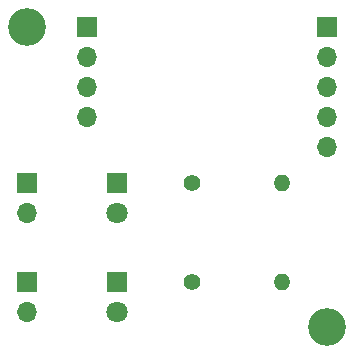
<source format=gbr>
%TF.GenerationSoftware,KiCad,Pcbnew,(6.0.9)*%
%TF.CreationDate,2023-01-03T15:08:55+01:00*%
%TF.ProjectId,AM,414d2e6b-6963-4616-945f-706362585858,rev?*%
%TF.SameCoordinates,Original*%
%TF.FileFunction,Soldermask,Bot*%
%TF.FilePolarity,Negative*%
%FSLAX46Y46*%
G04 Gerber Fmt 4.6, Leading zero omitted, Abs format (unit mm)*
G04 Created by KiCad (PCBNEW (6.0.9)) date 2023-01-03 15:08:55*
%MOMM*%
%LPD*%
G01*
G04 APERTURE LIST*
%ADD10C,3.200000*%
%ADD11R,1.800000X1.800000*%
%ADD12C,1.800000*%
%ADD13R,1.700000X1.700000*%
%ADD14O,1.700000X1.700000*%
%ADD15C,1.400000*%
%ADD16O,1.400000X1.400000*%
G04 APERTURE END LIST*
D10*
%TO.C,H2*%
X190500000Y-106680000D03*
%TD*%
D11*
%TO.C,D2*%
X172720000Y-102865000D03*
D12*
X172720000Y-105405000D03*
%TD*%
D13*
%TO.C,J4*%
X190500000Y-81285000D03*
D14*
X190500000Y-83825000D03*
X190500000Y-86365000D03*
X190500000Y-88905000D03*
X190500000Y-91445000D03*
%TD*%
D11*
%TO.C,D1*%
X172720000Y-94530000D03*
D12*
X172720000Y-97070000D03*
%TD*%
D10*
%TO.C,H1*%
X165100000Y-81280000D03*
%TD*%
D13*
%TO.C,Sensor*%
X170180000Y-81280000D03*
D14*
X170180000Y-83820000D03*
X170180000Y-86360000D03*
X170180000Y-88900000D03*
%TD*%
D13*
%TO.C,S1*%
X165100000Y-94530000D03*
D14*
X165100000Y-97070000D03*
%TD*%
D15*
%TO.C,R2*%
X179070000Y-102865000D03*
D16*
X186690000Y-102865000D03*
%TD*%
D13*
%TO.C,S2*%
X165100000Y-102865000D03*
D14*
X165100000Y-105405000D03*
%TD*%
D15*
%TO.C,R1*%
X179070000Y-94530000D03*
D16*
X186690000Y-94530000D03*
%TD*%
M02*

</source>
